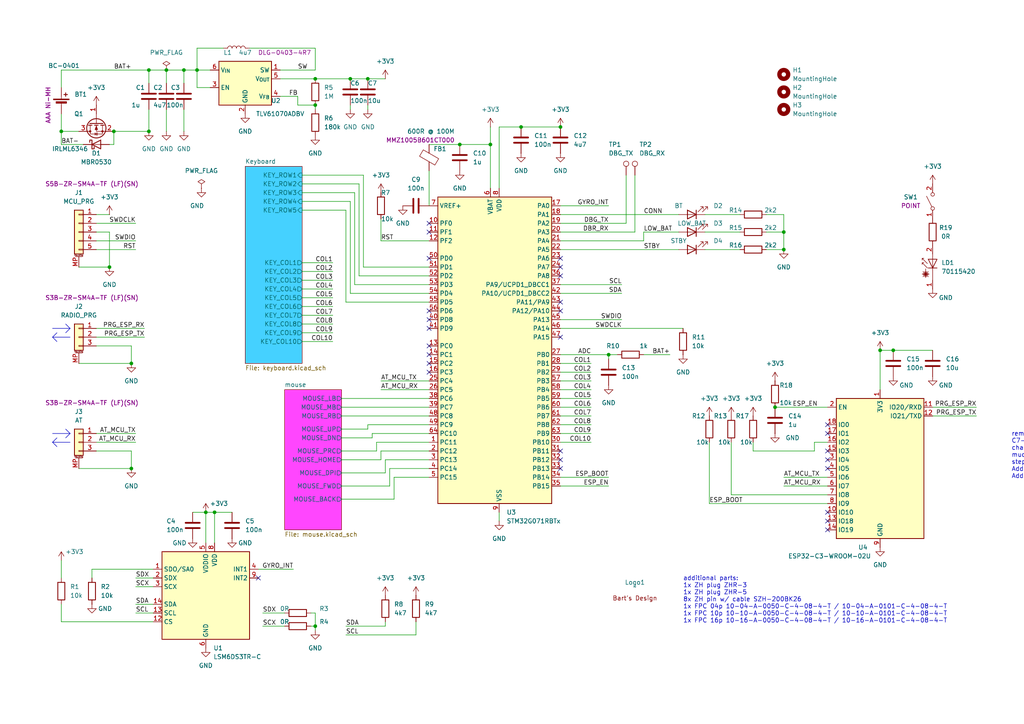
<source format=kicad_sch>
(kicad_sch (version 20250114) (generator "eeschema") (generator_version "9.0")
  (paper "A4")
  (title_block (title "EtherPointer mcu") (date "2025-02-15") (rev "RC1") (company "Bart's Design") (comment 1 "Bartosz Pracz"))
  (text "additional parts:\n1x ZH plug ZHR-3\n1x ZH plug ZHR-5\n8x ZH pin w/ cable SZH-200BK26\n1x FPC 04p 10-04-A-0050-C-4-08-4-T / 10-04-A-0101-C-4-08-4-T\n1x FPC 10p 10-10-A-0050-C-4-08-4-T / 10-10-A-0101-C-4-08-4-T\n1x FPC 16p 10-16-A-0050-C-4-08-4-T / 10-16-A-0101-C-4-08-4-T" (at 198.12 173.99 0) (effects (font (size 1.27 1.27)) (justify left)))
  (text "remove R3/R4\nC7- change to 0805\nchange converter to: TLV61070A\nmuch much wider BAT- width\nstep up voltage from BAT(charge pump)\nAdd acc circuit\nAdd power switches for peripherals(ESP32, gyro sensor)" (at 293.37 132.08 0) (effects (font (size 1.27 1.27)) (justify left)))
  (junction (at 62.23 148.59))
  (junction (at 48.26 20.32))
  (junction (at 101.6 22.86))
  (junction (at 53.34 20.32))
  (junction (at 59.69 148.59))
  (junction (at 224.79 118.11))
  (junction (at 57.15 20.32))
  (junction (at 31.75 77.47))
  (junction (at 91.44 22.86))
  (junction (at 43.18 38.1))
  (junction (at 91.44 30.48))
  (junction (at 133.35 41.91))
  (junction (at 227.33 67.31))
  (junction (at 227.33 72.39))
  (junction (at 255.27 101.6))
  (junction (at 176.53 102.87))
  (junction (at 38.1 105.41))
  (junction (at 38.1 135.89))
  (junction (at 151.13 36.83))
  (junction (at 259.08 101.6))
  (junction (at 91.44 181.61))
  (junction (at 106.68 22.86))
  (junction (at 17.78 38.1))
  (junction (at 142.24 41.91))
  (junction (at 162.56 36.83))
  (junction (at 33.02 38.1))
  (junction (at 43.18 20.32))
  (no_connect (at 240.03 125.73))
  (no_connect (at 162.56 77.47))
  (no_connect (at 74.93 167.64))
  (no_connect (at 162.56 97.79))
  (no_connect (at 240.03 123.19))
  (no_connect (at 124.46 92.71))
  (no_connect (at 240.03 148.59))
  (no_connect (at 240.03 151.13))
  (no_connect (at 124.46 100.33))
  (no_connect (at 162.56 87.63))
  (no_connect (at 162.56 80.01))
  (no_connect (at 162.56 90.17))
  (no_connect (at 162.56 74.93))
  (no_connect (at 240.03 153.67))
  (no_connect (at 240.03 133.35))
  (no_connect (at 124.46 102.87))
  (no_connect (at 124.46 105.41))
  (no_connect (at 240.03 130.81))
  (no_connect (at 162.56 135.89))
  (no_connect (at 124.46 107.95))
  (no_connect (at 162.56 133.35))
  (no_connect (at 124.46 67.31))
  (no_connect (at 124.46 90.17))
  (no_connect (at 124.46 95.25))
  (no_connect (at 162.56 130.81))
  (no_connect (at 240.03 135.89))
  (no_connect (at 124.46 74.93))
  (no_connect (at 124.46 64.77))
  (wire (pts (xy 87.63 78.74) (xy 96.52 78.74)))
  (wire (pts (xy 27.94 64.77) (xy 39.37 64.77)))
  (wire (pts (xy 17.78 20.32) (xy 17.78 25.4)))
  (wire (pts (xy 222.25 72.39) (xy 227.33 72.39)))
  (wire (pts (xy 62.23 148.59) (xy 67.31 148.59)))
  (wire (pts (xy 106.68 22.86) (xy 111.76 22.86)))
  (wire (pts (xy 31.75 67.31) (xy 27.94 67.31)))
  (wire (pts (xy 224.79 118.11) (xy 240.03 118.11)))
  (wire (pts (xy 111.76 180.34) (xy 111.76 181.61)))
  (wire (pts (xy 27.94 62.23) (xy 31.75 62.23)))
  (wire (pts (xy 87.63 76.2) (xy 96.52 76.2)))
  (wire (pts (xy 17.78 162.56) (xy 17.78 167.64)))
  (polyline (pts (xy 15.24 97.79) (xy 16.51 99.06)))
  (wire (pts (xy 76.2 177.8) (xy 82.55 177.8)))
  (wire (pts (xy 110.49 130.81) (xy 124.46 130.81)))
  (polyline (pts (xy 19.05 124.46) (xy 20.32 125.73)))
  (wire (pts (xy 33.02 38.1) (xy 43.18 38.1)))
  (wire (pts (xy 142.24 41.91) (xy 142.24 54.61)))
  (wire (pts (xy 162.56 92.71) (xy 180.34 92.71)))
  (wire (pts (xy 91.44 31.75) (xy 91.44 30.48)))
  (wire (pts (xy 162.56 115.57) (xy 171.45 115.57)))
  (polyline (pts (xy 15.24 95.25) (xy 20.32 95.25)))
  (wire (pts (xy 17.78 38.1) (xy 17.78 41.91)))
  (wire (pts (xy 99.06 137.16) (xy 111.76 137.16)))
  (wire (pts (xy 142.24 41.91) (xy 142.24 36.83)))
  (wire (pts (xy 162.56 125.73) (xy 171.45 125.73)))
  (wire (pts (xy 162.56 62.23) (xy 196.85 62.23)))
  (polyline (pts (xy 15.24 128.27) (xy 16.51 127)))
  (wire (pts (xy 22.86 135.89) (xy 38.1 135.89)))
  (wire (pts (xy 91.44 20.32) (xy 81.28 20.32)))
  (wire (pts (xy 205.74 128.27) (xy 205.74 146.05)))
  (wire (pts (xy 57.15 25.4) (xy 57.15 20.32)))
  (wire (pts (xy 22.86 77.47) (xy 31.75 77.47)))
  (wire (pts (xy 27.94 95.25) (xy 41.91 95.25)))
  (wire (pts (xy 91.44 177.8) (xy 91.44 181.61)))
  (wire (pts (xy 91.44 22.86) (xy 101.6 22.86)))
  (wire (pts (xy 162.56 105.41) (xy 171.45 105.41)))
  (wire (pts (xy 162.56 113.03) (xy 171.45 113.03)))
  (wire (pts (xy 76.2 181.61) (xy 82.55 181.61)))
  (wire (pts (xy 87.63 93.98) (xy 96.52 93.98)))
  (wire (pts (xy 186.69 69.85) (xy 162.56 69.85)))
  (wire (pts (xy 162.56 67.31) (xy 184.15 67.31)))
  (wire (pts (xy 162.56 128.27) (xy 171.45 128.27)))
  (wire (pts (xy 144.78 36.83) (xy 151.13 36.83)))
  (wire (pts (xy 162.56 59.69) (xy 176.53 59.69)))
  (wire (pts (xy 99.06 133.35) (xy 110.49 133.35)))
  (wire (pts (xy 110.49 69.85) (xy 124.46 69.85)))
  (wire (pts (xy 114.3 144.78) (xy 114.3 138.43)))
  (wire (pts (xy 99.06 127) (xy 107.95 127)))
  (wire (pts (xy 218.44 128.27) (xy 218.44 130.81)))
  (wire (pts (xy 100.33 181.61) (xy 111.76 181.61)))
  (wire (pts (xy 227.33 62.23) (xy 227.33 67.31)))
  (wire (pts (xy 102.87 82.55) (xy 124.46 82.55)))
  (polyline (pts (xy 19.05 127) (xy 20.32 125.73)))
  (wire (pts (xy 184.15 50.8) (xy 184.15 67.31)))
  (wire (pts (xy 27.94 125.73) (xy 39.37 125.73)))
  (wire (pts (xy 144.78 54.61) (xy 144.78 36.83)))
  (wire (pts (xy 27.94 72.39) (xy 39.37 72.39)))
  (wire (pts (xy 38.1 100.33) (xy 38.1 105.41)))
  (wire (pts (xy 27.94 128.27) (xy 39.37 128.27)))
  (wire (pts (xy 87.63 81.28) (xy 96.52 81.28)))
  (wire (pts (xy 17.78 180.34) (xy 44.45 180.34)))
  (wire (pts (xy 186.69 102.87) (xy 194.31 102.87)))
  (wire (pts (xy 87.63 86.36) (xy 96.52 86.36)))
  (wire (pts (xy 17.78 175.26) (xy 17.78 180.34)))
  (wire (pts (xy 22.86 105.41) (xy 38.1 105.41)))
  (polyline (pts (xy 19.05 93.98) (xy 20.32 95.25)))
  (wire (pts (xy 17.78 38.1) (xy 22.86 38.1)))
  (wire (pts (xy 104.14 80.01) (xy 124.46 80.01)))
  (wire (pts (xy 57.15 20.32) (xy 60.96 20.32)))
  (wire (pts (xy 109.22 128.27) (xy 124.46 128.27)))
  (wire (pts (xy 87.63 50.8) (xy 105.41 50.8)))
  (wire (pts (xy 53.34 20.32) (xy 57.15 20.32)))
  (wire (pts (xy 86.36 27.94) (xy 81.28 27.94)))
  (wire (pts (xy 110.49 113.03) (xy 124.46 113.03)))
  (wire (pts (xy 91.44 182.88) (xy 91.44 181.61)))
  (wire (pts (xy 236.22 128.27) (xy 236.22 130.81)))
  (wire (pts (xy 106.68 123.19) (xy 124.46 123.19)))
  (wire (pts (xy 101.6 22.86) (xy 106.68 22.86)))
  (polyline (pts (xy 15.24 125.73) (xy 20.32 125.73)))
  (wire (pts (xy 151.13 36.83) (xy 162.56 36.83)))
  (wire (pts (xy 114.3 138.43) (xy 124.46 138.43)))
  (wire (pts (xy 31.75 41.91) (xy 33.02 41.91)))
  (wire (pts (xy 101.6 30.48) (xy 101.6 31.75)))
  (wire (pts (xy 26.67 165.1) (xy 26.67 167.64)))
  (wire (pts (xy 106.68 124.46) (xy 106.68 123.19)))
  (wire (pts (xy 86.36 30.48) (xy 86.36 27.94)))
  (wire (pts (xy 236.22 128.27) (xy 240.03 128.27)))
  (wire (pts (xy 106.68 30.48) (xy 106.68 31.75)))
  (wire (pts (xy 186.69 67.31) (xy 186.69 69.85)))
  (wire (pts (xy 48.26 20.32) (xy 48.26 24.13)))
  (wire (pts (xy 104.14 53.34) (xy 104.14 80.01)))
  (polyline (pts (xy 15.24 97.79) (xy 16.51 96.52)))
  (wire (pts (xy 59.69 148.59) (xy 62.23 148.59)))
  (wire (pts (xy 91.44 181.61) (xy 90.17 181.61)))
  (polyline (pts (xy 15.24 128.27) (xy 16.51 129.54)))
  (wire (pts (xy 91.44 13.97) (xy 91.44 20.32)))
  (wire (pts (xy 181.61 50.8) (xy 181.61 64.77)))
  (wire (pts (xy 105.41 77.47) (xy 124.46 77.47)))
  (wire (pts (xy 124.46 49.53) (xy 124.46 59.69)))
  (wire (pts (xy 87.63 91.44) (xy 96.52 91.44)))
  (wire (pts (xy 100.33 184.15) (xy 120.65 184.15)))
  (wire (pts (xy 227.33 67.31) (xy 222.25 67.31)))
  (wire (pts (xy 205.74 146.05) (xy 240.03 146.05)))
  (wire (pts (xy 162.56 123.19) (xy 171.45 123.19)))
  (wire (pts (xy 212.09 143.51) (xy 240.03 143.51)))
  (wire (pts (xy 218.44 130.81) (xy 236.22 130.81)))
  (wire (pts (xy 38.1 100.33) (xy 27.94 100.33)))
  (wire (pts (xy 204.47 67.31) (xy 214.63 67.31)))
  (wire (pts (xy 144.78 148.59) (xy 144.78 151.13)))
  (wire (pts (xy 99.06 120.65) (xy 124.46 120.65)))
  (wire (pts (xy 87.63 88.9) (xy 96.52 88.9)))
  (wire (pts (xy 62.23 157.48) (xy 62.23 148.59)))
  (wire (pts (xy 110.49 110.49) (xy 124.46 110.49)))
  (wire (pts (xy 111.76 133.35) (xy 124.46 133.35)))
  (polyline (pts (xy 19.05 96.52) (xy 20.32 95.25)))
  (wire (pts (xy 53.34 31.75) (xy 53.34 38.1)))
  (wire (pts (xy 31.75 67.31) (xy 31.75 77.47)))
  (wire (pts (xy 124.46 41.91) (xy 133.35 41.91)))
  (wire (pts (xy 100.33 60.96) (xy 100.33 87.63)))
  (wire (pts (xy 99.06 144.78) (xy 114.3 144.78)))
  (polyline (pts (xy 15.24 97.79) (xy 20.32 97.79)))
  (wire (pts (xy 90.17 177.8) (xy 91.44 177.8)))
  (wire (pts (xy 99.06 118.11) (xy 124.46 118.11)))
  (wire (pts (xy 87.63 60.96) (xy 100.33 60.96)))
  (wire (pts (xy 87.63 99.06) (xy 96.52 99.06)))
  (wire (pts (xy 99.06 124.46) (xy 106.68 124.46)))
  (wire (pts (xy 53.34 20.32) (xy 53.34 24.13)))
  (wire (pts (xy 55.88 148.59) (xy 59.69 148.59)))
  (wire (pts (xy 162.56 72.39) (xy 196.85 72.39)))
  (wire (pts (xy 270.51 120.65) (xy 283.21 120.65)))
  (wire (pts (xy 87.63 83.82) (xy 96.52 83.82)))
  (wire (pts (xy 43.18 38.1) (xy 43.18 31.75)))
  (wire (pts (xy 162.56 102.87) (xy 176.53 102.87)))
  (wire (pts (xy 105.41 50.8) (xy 105.41 77.47)))
  (polyline (pts (xy 15.24 128.27) (xy 20.32 128.27)))
  (wire (pts (xy 60.96 25.4) (xy 57.15 25.4)))
  (polyline (pts (xy 15.24 128.27) (xy 16.51 128.27)))
  (wire (pts (xy 87.63 96.52) (xy 96.52 96.52)))
  (wire (pts (xy 38.1 130.81) (xy 38.1 135.89)))
  (wire (pts (xy 222.25 62.23) (xy 227.33 62.23)))
  (wire (pts (xy 111.76 137.16) (xy 111.76 133.35)))
  (wire (pts (xy 87.63 58.42) (xy 101.6 58.42)))
  (wire (pts (xy 255.27 101.6) (xy 259.08 101.6)))
  (wire (pts (xy 162.56 85.09) (xy 180.34 85.09)))
  (wire (pts (xy 99.06 130.81) (xy 109.22 130.81)))
  (wire (pts (xy 33.02 38.1) (xy 33.02 41.91)))
  (wire (pts (xy 26.67 165.1) (xy 44.45 165.1)))
  (wire (pts (xy 162.56 82.55) (xy 180.34 82.55)))
  (wire (pts (xy 227.33 140.97) (xy 240.03 140.97)))
  (wire (pts (xy 17.78 38.1) (xy 17.78 33.02)))
  (wire (pts (xy 227.33 138.43) (xy 240.03 138.43)))
  (wire (pts (xy 162.56 138.43) (xy 176.53 138.43)))
  (wire (pts (xy 212.09 128.27) (xy 212.09 143.51)))
  (wire (pts (xy 107.95 127) (xy 107.95 125.73)))
  (wire (pts (xy 87.63 55.88) (xy 102.87 55.88)))
  (wire (pts (xy 101.6 58.42) (xy 101.6 85.09)))
  (wire (pts (xy 109.22 130.81) (xy 109.22 128.27)))
  (wire (pts (xy 43.18 20.32) (xy 43.18 24.13)))
  (wire (pts (xy 59.69 148.59) (xy 59.69 157.48)))
  (wire (pts (xy 162.56 118.11) (xy 171.45 118.11)))
  (wire (pts (xy 162.56 110.49) (xy 171.45 110.49)))
  (wire (pts (xy 227.33 67.31) (xy 227.33 72.39)))
  (wire (pts (xy 186.69 67.31) (xy 196.85 67.31)))
  (wire (pts (xy 162.56 95.25) (xy 198.12 95.25)))
  (wire (pts (xy 176.53 102.87) (xy 179.07 102.87)))
  (wire (pts (xy 204.47 62.23) (xy 214.63 62.23)))
  (wire (pts (xy 39.37 175.26) (xy 44.45 175.26)))
  (wire (pts (xy 110.49 63.5) (xy 110.49 69.85)))
  (wire (pts (xy 270.51 118.11) (xy 283.21 118.11)))
  (wire (pts (xy 81.28 22.86) (xy 91.44 22.86)))
  (wire (pts (xy 27.94 97.79) (xy 41.91 97.79)))
  (wire (pts (xy 162.56 64.77) (xy 181.61 64.77)))
  (wire (pts (xy 162.56 140.97) (xy 176.53 140.97)))
  (wire (pts (xy 38.1 130.81) (xy 27.94 130.81)))
  (wire (pts (xy 162.56 120.65) (xy 171.45 120.65)))
  (wire (pts (xy 39.37 170.18) (xy 44.45 170.18)))
  (wire (pts (xy 87.63 53.34) (xy 104.14 53.34)))
  (wire (pts (xy 99.06 140.97) (xy 113.03 140.97)))
  (wire (pts (xy 113.03 140.97) (xy 113.03 135.89)))
  (wire (pts (xy 39.37 167.64) (xy 44.45 167.64)))
  (wire (pts (xy 43.18 20.32) (xy 48.26 20.32)))
  (wire (pts (xy 27.94 69.85) (xy 39.37 69.85)))
  (wire (pts (xy 110.49 133.35) (xy 110.49 130.81)))
  (wire (pts (xy 39.37 177.8) (xy 44.45 177.8)))
  (wire (pts (xy 100.33 87.63) (xy 124.46 87.63)))
  (wire (pts (xy 64.77 13.97) (xy 57.15 13.97)))
  (wire (pts (xy 102.87 55.88) (xy 102.87 82.55)))
  (wire (pts (xy 99.06 115.57) (xy 124.46 115.57)))
  (wire (pts (xy 57.15 13.97) (xy 57.15 20.32)))
  (wire (pts (xy 48.26 31.75) (xy 48.26 38.1)))
  (wire (pts (xy 204.47 72.39) (xy 214.63 72.39)))
  (wire (pts (xy 48.26 20.32) (xy 53.34 20.32)))
  (wire (pts (xy 255.27 101.6) (xy 255.27 113.03)))
  (wire (pts (xy 24.13 41.91) (xy 17.78 41.91)))
  (wire (pts (xy 162.56 107.95) (xy 171.45 107.95)))
  (wire (pts (xy 74.93 165.1) (xy 85.09 165.1)))
  (wire (pts (xy 101.6 85.09) (xy 124.46 85.09)))
  (wire (pts (xy 120.65 184.15) (xy 120.65 180.34)))
  (wire (pts (xy 91.44 30.48) (xy 86.36 30.48)))
  (wire (pts (xy 133.35 41.91) (xy 142.24 41.91)))
  (wire (pts (xy 259.08 101.6) (xy 270.51 101.6)))
  (wire (pts (xy 17.78 20.32) (xy 43.18 20.32)))
  (wire (pts (xy 72.39 13.97) (xy 91.44 13.97)))
  (wire (pts (xy 176.53 104.14) (xy 176.53 102.87)))
  (wire (pts (xy 107.95 125.73) (xy 124.46 125.73)))
  (wire (pts (xy 113.03 135.89) (xy 124.46 135.89)))
  (label "SDA" (at 100.33 181.61 0))
  (label "COL7" (at 171.45 120.65 180))
  (label "COL4" (at 171.45 113.03 180))
  (label "COL4" (at 96.52 83.82 180))
  (label "AT_MCU_RX" (at 110.49 113.03 0))
  (label "COL5" (at 171.45 115.57 180))
  (label "BAT-" (at 17.78 41.91 0))
  (label "COL2" (at 96.52 78.74 180))
  (label "PRG_ESP_RX" (at 41.91 95.25 180))
  (label "COL10" (at 171.45 128.27 180))
  (label "COL6" (at 96.52 88.9 180))
  (label "DBR_RX" (at 176.53 67.31 180))
  (label "RST" (at 39.37 72.39 180))
  (label "COL5" (at 96.52 86.36 180))
  (label "COL1" (at 96.52 76.2 180))
  (label "AT_MCU_TX" (at 227.33 138.43 0))
  (label "SWDCLK" (at 39.37 64.77 180))
  (label "COL10" (at 96.52 99.06 180))
  (label "COL1" (at 171.45 105.41 180))
  (label "ESP_BOOT" (at 176.53 138.43 180))
  (label "COL9" (at 171.45 125.73 180))
  (label "BAT+" (at 194.31 102.87 180))
  (label "AT_MCU_TX" (at 39.37 125.73 180))
  (label "SCL" (at 100.33 184.15 0))
  (label "GYRO_INT" (at 176.53 59.69 180))
  (label "SCX" (at 76.2 181.61 0))
  (label "COL7" (at 96.52 91.44 180))
  (label "DBG_TX" (at 176.53 64.77 180))
  (label "LOW_BAT" (at 186.69 67.31 0))
  (label "ESP_BOOT" (at 205.74 146.05 0))
  (label "SWDIO" (at 39.37 69.85 180))
  (label "COL8" (at 171.45 123.19 180))
  (label "ESP_EN" (at 176.53 140.97 180))
  (label "COL3" (at 171.45 110.49 180))
  (label "SDX" (at 76.2 177.8 0))
  (label "RST" (at 110.49 69.85 0))
  (label "SCL" (at 180.34 82.55 180))
  (label "ADC" (at 167.64 102.87 0))
  (label "COL8" (at 96.52 93.98 180))
  (label "FB" (at 86.36 27.94 180))
  (label "SWDIO" (at 180.34 92.71 180))
  (label "SCL" (at 39.37 177.8 0))
  (label "COL3" (at 96.52 81.28 180))
  (label "BAT+" (at 33.02 20.32 0))
  (label "COL6" (at 171.45 118.11 180))
  (label "SDA" (at 180.34 85.09 180))
  (label "COL9" (at 96.52 96.52 180))
  (label "AT_MCU_RX" (at 39.37 128.27 180))
  (label "STBY" (at 186.69 72.39 0))
  (label "AT_MCU_TX" (at 110.49 110.49 0))
  (label "AT_MCU_RX" (at 227.33 140.97 0))
  (label "SW" (at 86.36 20.32 0))
  (label "PRG_ESP_RX" (at 283.21 118.11 180))
  (label "ESP_EN" (at 229.87 118.11 0))
  (label "SDA" (at 39.37 175.26 0))
  (label "COL2" (at 171.45 107.95 180))
  (label "PRG_ESP_TX" (at 283.21 120.65 180))
  (label "CONN" (at 186.69 62.23 0))
  (label "SDX" (at 39.37 167.64 0))
  (label "SCX" (at 39.37 170.18 0))
  (label "GYRO_INT" (at 85.09 165.1 180))
  (label "SWDCLK" (at 180.34 95.25 180))
  (label "PRG_ESP_TX" (at 41.91 97.79 180))
  (symbol (lib_id "Connector_Generic_MountingPin:Conn_01x05_MountingPin") (at 22.86 67.31 0) (mirror y) (unit 1)
    (property "Reference" "J1" (at 22.86 55.88 0))
    (property "Value" "MCU_PRG" (at 22.86 58.42 0))
    (property "Footprint" "airMouseLib:JST_ZH_S5B-ZR-SM4A-TF_1x05-1MP_P1.50mm_Horizontal" (effects (hide yes)))
    (property "Description" "Generic connectable mounting pin connector, single row, 01x05, script generated (kicad-library-utils/schlib/autogen/connector/)" (effects (hide yes)))
    (property "Field5" "S5B-ZR-SM4A-TF (LF)(SN)" (at 26.67 53.34 0))
  )
  (symbol (lib_id "power:+3V3") (at 212.09 120.65 0) (unit 1)
    (property "Reference" "#PWR036" (effects (hide yes)))
    (property "Value" "+3V3" (at 212.09 115.57 0))
    (property "Description" "Power symbol creates a global label with name \"+3V3\"" (effects (hide yes)))
  )
  (symbol (lib_id "Device:C") (at 48.26 27.94 0) (unit 1)
    (property "Reference" "C2" (at 44.45 25.4 0) (effects (justify left)))
    (property "Value" "4u7" (at 44.45 30.48 0) (effects (justify left)))
    (property "Footprint" "Capacitor_SMD:C_0805_2012Metric" (effects (hide yes)))
    (property "Description" "Unpolarized capacitor" (effects (hide yes)))
  )
  (symbol (lib_id "Device:Battery_Cell") (at 17.78 30.48 0) (unit 1)
    (property "Reference" "BT1" (at 21.59 27.3684 0) (effects (justify left)))
    (property "Value" "BC-0401" (at 13.97 19.05 0) (effects (justify left)))
    (property "Footprint" "airMouseLib:BC-0401" (effects (hide yes)))
    (property "Description" "Single-cell battery" (effects (hide yes)))
    (property "Field5" "AAA Ni-MH" (at 13.97 30.48 90))
  )
  (symbol (lib_id "Connector:TestPoint") (at 184.15 50.8 0) (unit 1)
    (property "Reference" "TP2" (at 185.42 41.91 0) (effects (justify left)))
    (property "Value" "DBG_RX" (at 185.42 44.45 0) (effects (justify left)))
    (property "Footprint" "TestPoint:TestPoint_Pad_D1.0mm" (effects (hide yes)))
    (property "Description" "test point" (effects (hide yes)))
  )
  (symbol (lib_id "power:GND") (at 101.6 31.75 0) (unit 1)
    (property "Reference" "#PWR019" (effects (hide yes)))
    (property "Value" "GND" (at 101.6 36.83 0))
    (property "Description" "Power symbol creates a global label with name \"GND\" , ground" (effects (hide yes)))
  )
  (symbol (lib_id "Device:C") (at 270.51 105.41 0) (unit 1)
    (property "Reference" "C16" (at 274.32 104.1399 0) (effects (justify left)))
    (property "Value" "10u" (at 274.32 106.6799 0) (effects (justify left)))
    (property "Footprint" "Capacitor_SMD:C_0805_2012Metric" (effects (hide yes)))
    (property "Description" "Unpolarized capacitor" (effects (hide yes)))
  )
  (symbol (lib_id "power:GND") (at 91.44 182.88 0) (unit 1)
    (property "Reference" "#PWR018" (effects (hide yes)))
    (property "Value" "GND" (at 91.44 187.96 0))
    (property "Description" "Power symbol creates a global label with name \"GND\" , ground" (effects (hide yes)))
  )
  (symbol (lib_id "power:GND") (at 151.13 44.45 0) (unit 1)
    (property "Reference" "#PWR030" (effects (hide yes)))
    (property "Value" "GND" (at 151.13 49.53 0))
    (property "Description" "Power symbol creates a global label with name \"GND\" , ground" (effects (hide yes)))
  )
  (symbol (lib_id "Device:C") (at 259.08 105.41 0) (unit 1)
    (property "Reference" "C15" (at 262.89 104.1399 0) (effects (justify left)))
    (property "Value" "100n" (at 262.89 106.6799 0) (effects (justify left)))
    (property "Footprint" "Capacitor_SMD:C_0603_1608Metric" (effects (hide yes)))
    (property "Description" "Unpolarized capacitor" (effects (hide yes)))
  )
  (symbol (lib_id "power:GND") (at 227.33 72.39 0) (unit 1)
    (property "Reference" "#PWR040" (effects (hide yes)))
    (property "Value" "GND" (at 227.33 77.47 0))
    (property "Description" "Power symbol creates a global label with name \"GND\" , ground" (effects (hide yes)))
  )
  (symbol (lib_id "power:+3V3") (at 224.79 110.49 0) (unit 1)
    (property "Reference" "#PWR038" (effects (hide yes)))
    (property "Value" "+3V3" (at 224.79 105.41 0))
    (property "Description" "Power symbol creates a global label with name \"+3V3\"" (effects (hide yes)))
  )
  (symbol (lib_id "power:GND") (at 91.44 39.37 0) (mirror y) (unit 1)
    (property "Reference" "#PWR017" (effects (hide yes)))
    (property "Value" "GND" (at 91.44 44.45 0))
    (property "Description" "Power symbol creates a global label with name \"GND\" , ground" (effects (hide yes)))
  )
  (symbol (lib_id "Device:R") (at 218.44 72.39 90) (unit 1)
    (property "Reference" "R16" (at 213.36 71.12 90))
    (property "Value" "2k2" (at 223.52 71.12 90))
    (property "Footprint" "Resistor_SMD:R_0603_1608Metric" (effects (hide yes)))
    (property "Description" "Resistor" (effects (hide yes)))
  )
  (symbol (lib_id "Device:C") (at 106.68 26.67 0) (unit 1)
    (property "Reference" "C7" (at 106.68 24.13 0) (effects (justify left)))
    (property "Value" "10u" (at 106.68 29.21 0) (effects (justify left)))
    (property "Footprint" "Capacitor_SMD:C_1206_3216Metric" (effects (hide yes)))
    (property "Description" "Unpolarized capacitor" (effects (hide yes)))
  )
  (symbol (lib_id "Device:R") (at 120.65 176.53 0) (unit 1)
    (property "Reference" "R9" (at 123.19 175.2599 0) (effects (justify left)))
    (property "Value" "4k7" (at 123.19 177.7999 0) (effects (justify left)))
    (property "Footprint" "Resistor_SMD:R_0603_1608Metric" (effects (hide yes)))
    (property "Description" "Resistor" (effects (hide yes)))
  )
  (symbol (lib_id "power:GND") (at 162.56 44.45 0) (unit 1)
    (property "Reference" "#PWR032" (effects (hide yes)))
    (property "Value" "GND" (at 162.56 49.53 0))
    (property "Description" "Power symbol creates a global label with name \"GND\" , ground" (effects (hide yes)))
  )
  (symbol (lib_id "Device:R") (at 218.44 124.46 0) (unit 1)
    (property "Reference" "R17" (at 213.36 120.65 0) (effects (justify left)))
    (property "Value" "10k" (at 214.63 128.27 0) (effects (justify left)))
    (property "Footprint" "Resistor_SMD:R_0603_1608Metric" (effects (hide yes)))
    (property "Description" "Resistor" (effects (hide yes)))
  )
  (symbol (lib_id "power:+3V3") (at 111.76 22.86 0) (mirror y) (unit 1)
    (property "Reference" "#PWR022" (effects (hide yes)))
    (property "Value" "+3V3" (at 111.76 17.78 0))
    (property "Description" "Power symbol creates a global label with name \"+3V3\"" (effects (hide yes)))
  )
  (symbol (lib_id "Device:R") (at 270.51 67.31 180) (unit 1)
    (property "Reference" "R19" (at 274.32 66.04 0))
    (property "Value" "0R" (at 274.32 68.58 0))
    (property "Footprint" "Resistor_SMD:R_0603_1608Metric" (effects (hide yes)))
    (property "Description" "Resistor" (effects (hide yes)))
  )
  (symbol (lib_id "power:GND") (at 106.68 31.75 0) (unit 1)
    (property "Reference" "#PWR020" (effects (hide yes)))
    (property "Value" "GND" (at 106.68 36.83 0))
    (property "Description" "Power symbol creates a global label with name \"GND\" , ground" (effects (hide yes)))
  )
  (symbol (lib_id "Device:FerriteBead") (at 124.46 45.72 0) (unit 1)
    (property "Reference" "FB1" (at 125.73 43.18 0) (effects (justify left)))
    (property "Value" "600R @ 100M" (at 118.11 38.1 0) (effects (justify left)))
    (property "Footprint" "Capacitor_SMD:C_0603_1608Metric" (effects (hide yes)))
    (property "Description" "Ferrite bead" (effects (hide yes)))
    (property "Field5" "MMZ1005B601CT000" (at 121.92 40.64 0))
  )
  (symbol (lib_id "Mechanical:MountingHole") (at 227.33 31.75 0) (unit 1) (exclude_from_sim yes) (in_bom no)
    (property "Reference" "H3" (at 229.87 30.4799 0) (effects (justify left)))
    (property "Value" "MountingHole" (at 229.87 33.0199 0) (effects (justify left)))
    (property "Footprint" "MountingHole:MountingHole_2.2mm_M2_ISO14580" (effects (hide yes)))
    (property "Description" "Mounting Hole without connection" (effects (hide yes)))
  )
  (symbol (lib_id "power:+3V3") (at 120.65 172.72 0) (mirror y) (unit 1)
    (property "Reference" "#PWR026" (effects (hide yes)))
    (property "Value" "+3V3" (at 120.65 167.64 0))
    (property "Description" "Power symbol creates a global label with name \"+3V3\"" (effects (hide yes)))
  )
  (symbol (lib_id "power:+3V3") (at 255.27 101.6 0) (unit 1)
    (property "Reference" "#PWR041" (effects (hide yes)))
    (property "Value" "+3V3" (at 255.27 96.52 0))
    (property "Description" "Power symbol creates a global label with name \"+3V3\"" (effects (hide yes)))
  )
  (symbol (lib_id "power:+3V3") (at 111.76 172.72 0) (mirror y) (unit 1)
    (property "Reference" "#PWR024" (effects (hide yes)))
    (property "Value" "+3V3" (at 111.76 167.64 0))
    (property "Description" "Power symbol creates a global label with name \"+3V3\"" (effects (hide yes)))
  )
  (symbol (lib_id "Device:C") (at 151.13 40.64 0) (unit 1)
    (property "Reference" "C11" (at 154.94 39.3699 0) (effects (justify left)))
    (property "Value" "100n" (at 154.94 41.9099 0) (effects (justify left)))
    (property "Footprint" "Capacitor_SMD:C_0603_1608Metric" (effects (hide yes)))
    (property "Description" "Unpolarized capacitor" (effects (hide yes)))
  )
  (symbol (lib_id "Device:R") (at 17.78 171.45 0) (unit 1)
    (property "Reference" "R1" (at 20.32 170.1799 0) (effects (justify left)))
    (property "Value" "10k" (at 20.32 172.7199 0) (effects (justify left)))
    (property "Footprint" "Resistor_SMD:R_0603_1608Metric" (effects (hide yes)))
    (property "Description" "Resistor" (effects (hide yes)))
  )
  (symbol (lib_id "power:GND") (at 255.27 158.75 0) (unit 1)
    (property "Reference" "#PWR042" (effects (hide yes)))
    (property "Value" "GND" (at 255.27 163.83 0))
    (property "Description" "Power symbol creates a global label with name \"GND\" , ground" (effects (hide yes)))
  )
  (symbol (lib_id "Device:D_Schottky") (at 27.94 41.91 0) (unit 1)
    (property "Reference" "D1" (at 27.94 44.45 0))
    (property "Value" "MBR0530" (at 27.94 46.99 0))
    (property "Footprint" "Diode_SMD:D_SOD-123" (effects (hide yes)))
    (property "Description" "Schottky diode" (effects (hide yes)))
  )
  (symbol (lib_id "power:+3V3") (at 31.75 62.23 0) (mirror y) (unit 1)
    (property "Reference" "#PWR04" (effects (hide yes)))
    (property "Value" "+3V3" (at 31.75 57.15 0))
    (property "Description" "Power symbol creates a global label with name \"+3V3\"" (effects (hide yes)))
  )
  (symbol (lib_id "power:GND") (at 133.35 49.53 0) (unit 1)
    (property "Reference" "#PWR027" (effects (hide yes)))
    (property "Value" "GND" (at 133.35 54.61 0))
    (property "Description" "Power symbol creates a global label with name \"GND\" , ground" (effects (hide yes)))
  )
  (symbol (lib_id "Device:R") (at 224.79 114.3 0) (unit 1)
    (property "Reference" "R18" (at 226.06 111.76 0) (effects (justify left)))
    (property "Value" "10k" (at 226.06 116.84 0) (effects (justify left)))
    (property "Footprint" "Resistor_SMD:R_0603_1608Metric" (effects (hide yes)))
    (property "Description" "Resistor" (effects (hide yes)))
  )
  (symbol (lib_id "power:GND") (at 176.53 111.76 0) (unit 1)
    (property "Reference" "#PWR033" (effects (hide yes)))
    (property "Value" "GND" (at 176.53 116.84 0))
    (property "Description" "Power symbol creates a global label with name \"GND\" , ground" (effects (hide yes)))
  )
  (symbol (lib_id "power:GND") (at 55.88 156.21 0) (unit 1)
    (property "Reference" "#PWR011" (effects (hide yes)))
    (property "Value" "GND" (at 52.07 157.48 0))
    (property "Description" "Power symbol creates a global label with name \"GND\" , ground" (effects (hide yes)))
  )
  (symbol (lib_id "Device:C") (at 133.35 45.72 0) (unit 1)
    (property "Reference" "C10" (at 137.16 44.4499 0) (effects (justify left)))
    (property "Value" "1u" (at 137.16 46.9899 0) (effects (justify left)))
    (property "Footprint" "Capacitor_SMD:C_0603_1608Metric" (effects (hide yes)))
    (property "Description" "Unpolarized capacitor" (effects (hide yes)))
  )
  (symbol (lib_id "Mechanical:MountingHole") (at 227.33 21.59 0) (unit 1) (exclude_from_sim yes) (in_bom no)
    (property "Reference" "H1" (at 229.87 20.3199 0) (effects (justify left)))
    (property "Value" "MountingHole" (at 229.87 22.8599 0) (effects (justify left)))
    (property "Footprint" "MountingHole:MountingHole_2.2mm_M2_ISO14580" (effects (hide yes)))
    (property "Description" "Mounting Hole without connection" (effects (hide yes)))
  )
  (symbol (lib_id "power:GND") (at 43.18 38.1 0) (unit 1)
    (property "Reference" "#PWR08" (effects (hide yes)))
    (property "Value" "GND" (at 43.18 43.18 0))
    (property "Description" "Power symbol creates a global label with name \"GND\" , ground" (effects (hide yes)))
  )
  (symbol (lib_id "power:+3V3") (at 17.78 162.56 0) (unit 1)
    (property "Reference" "#PWR01" (effects (hide yes)))
    (property "Value" "+3V3" (at 21.59 160.02 0))
    (property "Description" "Power symbol creates a global label with name \"+3V3\"" (effects (hide yes)))
  )
  (symbol (lib_id "power:GND") (at 116.84 59.69 0) (unit 1)
    (property "Reference" "#PWR025" (effects (hide yes)))
    (property "Value" "GND" (at 116.84 64.77 0))
    (property "Description" "Power symbol creates a global label with name \"GND\" , ground" (effects (hide yes)))
  )
  (symbol (lib_id "Device:R") (at 182.88 102.87 90) (unit 1)
    (property "Reference" "R10" (at 177.8 100.33 90))
    (property "Value" "1k" (at 186.69 100.33 90))
    (property "Footprint" "Resistor_SMD:R_0603_1608Metric" (effects (hide yes)))
    (property "Description" "Resistor" (effects (hide yes)))
  )
  (symbol (lib_id "power:+3V3") (at 59.69 148.59 0) (unit 1)
    (property "Reference" "#PWR013" (effects (hide yes)))
    (property "Value" "+3V3" (at 63.5 146.05 0))
    (property "Description" "Power symbol creates a global label with name \"+3V3\"" (effects (hide yes)))
  )
  (symbol (lib_id "Device:C") (at 55.88 152.4 0) (unit 1)
    (property "Reference" "C4" (at 48.26 151.13 0) (effects (justify left)))
    (property "Value" "100n" (at 48.26 153.67 0) (effects (justify left)))
    (property "Footprint" "Capacitor_SMD:C_0603_1608Metric" (effects (hide yes)))
    (property "Description" "Unpolarized capacitor" (effects (hide yes)))
  )
  (symbol (lib_id "Device:C") (at 176.53 107.95 0) (unit 1)
    (property "Reference" "C13" (at 180.34 106.6799 0) (effects (justify left)))
    (property "Value" "100n" (at 180.34 109.2199 0) (effects (justify left)))
    (property "Footprint" "Capacitor_SMD:C_0603_1608Metric" (effects (hide yes)))
    (property "Description" "Unpolarized capacitor" (effects (hide yes)))
  )
  (symbol (lib_id "Device:C") (at 43.18 27.94 0) (unit 1)
    (property "Reference" "C1" (at 39.37 25.4 0) (effects (justify left)))
    (property "Value" "1u" (at 38.1 30.48 0) (effects (justify left)))
    (property "Footprint" "Capacitor_SMD:C_0603_1608Metric" (effects (hide yes)))
    (property "Description" "Unpolarized capacitor" (effects (hide yes)))
  )
  (symbol (lib_id "Regulator_Switching:TLV61070ADBV") (at 71.12 25.4 0) (unit 1)
    (property "Reference" "U2" (at 80.01 29.21 0))
    (property "Value" "TLV61070ADBV" (at 81.28 33.02 0))
    (property "Footprint" "Package_TO_SOT_SMD:SOT-23-6" (effects (hide yes)))
    (property "Datasheet" "https://www.ti.com/lit/ds/symlink/tlv61070a.pdf" (effects (hide yes)))
    (property "Description" "Boost Converter, 2.5A switch current limit, 2.2-5.5V Output Voltage, 0.5-5.5V Input Voltage, SOT-23-6" (effects (hide yes)))
  )
  (symbol (lib_id "power:GND") (at 144.78 151.13 0) (unit 1)
    (property "Reference" "#PWR029" (effects (hide yes)))
    (property "Value" "GND" (at 144.78 156.21 0))
    (property "Description" "Power symbol creates a global label with name \"GND\" , ground" (effects (hide yes)))
  )
  (symbol (lib_id "power:GND") (at 53.34 38.1 0) (unit 1)
    (property "Reference" "#PWR010" (effects (hide yes)))
    (property "Value" "GND" (at 53.34 43.18 0))
    (property "Description" "Power symbol creates a global label with name \"GND\" , ground" (effects (hide yes)))
  )
  (symbol (lib_id "Device:R") (at 111.76 176.53 0) (unit 1)
    (property "Reference" "R8" (at 114.3 175.2599 0) (effects (justify left)))
    (property "Value" "4k7" (at 114.3 177.7999 0) (effects (justify left)))
    (property "Footprint" "Resistor_SMD:R_0603_1608Metric" (effects (hide yes)))
    (property "Description" "Resistor" (effects (hide yes)))
  )
  (symbol (lib_id "power:GND") (at 224.79 125.73 0) (unit 1)
    (property "Reference" "#PWR039" (effects (hide yes)))
    (property "Value" "GND" (at 229.87 127 0))
    (property "Description" "Power symbol creates a global label with name \"GND\" , ground" (effects (hide yes)))
  )
  (symbol (lib_id "power:+3V3") (at 27.94 30.48 0) (unit 1)
    (property "Reference" "#PWR03" (effects (hide yes)))
    (property "Value" "+3V3" (at 27.94 25.4 0))
    (property "Description" "Power symbol creates a global label with name \"+3V3\"" (effects (hide yes)))
  )
  (symbol (lib_id "power:+3V3") (at 218.44 120.65 0) (unit 1)
    (property "Reference" "#PWR037" (effects (hide yes)))
    (property "Value" "+3V3" (at 218.44 115.57 0))
    (property "Description" "Power symbol creates a global label with name \"+3V3\"" (effects (hide yes)))
  )
  (symbol (lib_id "power:GND") (at 71.12 33.02 0) (unit 1)
    (property "Reference" "#PWR016" (effects (hide yes)))
    (property "Value" "GND" (at 71.12 38.1 0))
    (property "Description" "Power symbol creates a global label with name \"GND\" , ground" (effects (hide yes)))
  )
  (symbol (lib_id "Device:R") (at 86.36 181.61 90) (unit 1)
    (property "Reference" "R4" (at 93.98 180.34 90))
    (property "Value" "0R" (at 82.55 180.34 90))
    (property "Footprint" "Resistor_SMD:R_0603_1608Metric" (effects (hide yes)))
    (property "Description" "Resistor" (effects (hide yes)))
  )
  (symbol (lib_id "power:GND") (at 270.51 83.82 0) (unit 1)
    (property "Reference" "#PWR045" (effects (hide yes)))
    (property "Value" "GND" (at 274.32 86.36 0))
    (property "Description" "Power symbol creates a global label with name \"GND\" , ground" (effects (hide yes)))
  )
  (symbol (lib_id "airMouseLib:Bart's_Design_logo") (at 184.15 172.72 0) (unit 1)
    (property "Reference" "Logo1" (at 184.15 168.91 0))
    (property "Value" "~" (at 184.15 170.18 0))
    (property "Footprint" "airMouseLib:Bart's Design 30mm" (effects (hide yes)))
  )
  (symbol (lib_id "Connector_Generic_MountingPin:Conn_01x03_MountingPin") (at 22.86 128.27 0) (mirror y) (unit 1)
    (property "Reference" "J3" (at 22.86 119.38 0))
    (property "Value" "AT" (at 22.86 121.92 0))
    (property "Footprint" "airMouseLib:JST_ZH_S3B-ZR-SM4A-TF_1x03-1MP_P1.50mm_Horizontal" (effects (hide yes)))
    (property "Description" "Generic connectable mounting pin connector, single row, 01x03, script generated (kicad-library-utils/schlib/autogen/connector/)" (effects (hide yes)))
    (property "Field5" "S3B-ZR-SM4A-TF (LF)(SN)" (at 26.67 116.84 0))
  )
  (symbol (lib_id "power:+3V3") (at 270.51 53.34 0) (unit 1)
    (property "Reference" "#PWR044" (effects (hide yes)))
    (property "Value" "+3V3" (at 270.51 48.26 0))
    (property "Description" "Power symbol creates a global label with name \"+3V3\"" (effects (hide yes)))
  )
  (symbol (lib_id "power:GND") (at 31.75 77.47 0) (unit 1)
    (property "Reference" "#PWR05" (effects (hide yes)))
    (property "Value" "GND" (at 31.75 82.55 0))
    (property "Description" "Power symbol creates a global label with name \"GND\" , ground" (effects (hide yes)))
  )
  (symbol (lib_id "power:GND") (at 38.1 135.89 0) (unit 1)
    (property "Reference" "#PWR07" (effects (hide yes)))
    (property "Value" "GND" (at 38.1 140.97 0))
    (property "Description" "Power symbol creates a global label with name \"GND\" , ground" (effects (hide yes)))
  )
  (symbol (lib_id "Device:R") (at 91.44 26.67 0) (unit 1)
    (property "Reference" "R5" (at 93.98 25.3999 0) (effects (justify left)))
    (property "Value" "1M" (at 93.98 27.9399 0) (effects (justify left)))
    (property "Footprint" "Resistor_SMD:R_0603_1608Metric" (effects (hide yes)))
    (property "Description" "Resistor" (effects (hide yes)))
  )
  (symbol (lib_id "Mechanical:MountingHole") (at 227.33 26.67 0) (unit 1) (exclude_from_sim yes) (in_bom no)
    (property "Reference" "H2" (at 229.87 25.3999 0) (effects (justify left)))
    (property "Value" "MountingHole" (at 229.87 27.9399 0) (effects (justify left)))
    (property "Footprint" "MountingHole:MountingHole_2.2mm_M2_ISO14580" (effects (hide yes)))
    (property "Description" "Mounting Hole without connection" (effects (hide yes)))
  )
  (symbol (lib_id "power:GND") (at 48.26 38.1 0) (unit 1)
    (property "Reference" "#PWR09" (effects (hide yes)))
    (property "Value" "GND" (at 48.26 43.18 0))
    (property "Description" "Power symbol creates a global label with name \"GND\" , ground" (effects (hide yes)))
  )
  (symbol (lib_id "Device:R") (at 205.74 124.46 0) (unit 1)
    (property "Reference" "R12" (at 200.66 120.65 0) (effects (justify left)))
    (property "Value" "10k" (at 201.93 128.27 0) (effects (justify left)))
    (property "Footprint" "Resistor_SMD:R_0603_1608Metric" (effects (hide yes)))
    (property "Description" "Resistor" (effects (hide yes)))
  )
  (symbol (lib_id "power:+3V3") (at 162.56 36.83 0) (mirror y) (unit 1)
    (property "Reference" "#PWR031" (effects (hide yes)))
    (property "Value" "+3V3" (at 162.56 31.75 0))
    (property "Description" "Power symbol creates a global label with name \"+3V3\"" (effects (hide yes)))
  )
  (symbol (lib_id "Device:C") (at 101.6 26.67 0) (unit 1)
    (property "Reference" "C6" (at 101.6 24.13 0) (effects (justify left)))
    (property "Value" "100n" (at 101.6 29.21 0) (effects (justify left)))
    (property "Footprint" "Capacitor_SMD:C_0603_1608Metric" (effects (hide yes)))
    (property "Description" "Unpolarized capacitor" (effects (hide yes)))
  )
  (symbol (lib_id "Sensor_Motion:LSM6DS3") (at 59.69 172.72 0) (unit 1)
    (property "Reference" "U1" (at 61.8841 187.96 0) (effects (justify left)))
    (property "Value" "LSM6DS3TR-C" (at 61.8841 190.5 0) (effects (justify left)))
    (property "Footprint" "Package_LGA:LGA-14_3x2.5mm_P0.5mm_LayoutBorder3x4y" (effects (hide yes)))
    (property "Datasheet" "https://www.st.com/resource/en/datasheet/lsm6ds3tr-c.pdf" (effects (hide yes)))
    (property "Description" "I2C/SPI, iNEMO inertial module: always-on 3D accelerometer and 3D gyroscope" (effects (hide yes)))
  )
  (symbol (lib_id "power:+3V3") (at 205.74 120.65 0) (unit 1)
    (property "Reference" "#PWR035" (effects (hide yes)))
    (property "Value" "+3V3" (at 205.74 115.57 0))
    (property "Description" "Power symbol creates a global label with name \"+3V3\"" (effects (hide yes)))
  )
  (symbol (lib_id "Device:R") (at 26.67 171.45 0) (unit 1)
    (property "Reference" "R2" (at 29.21 170.1799 0) (effects (justify left)))
    (property "Value" "10k" (at 29.21 172.7199 0) (effects (justify left)))
    (property "Footprint" "Resistor_SMD:R_0603_1608Metric" (effects (hide yes)))
    (property "Description" "Resistor" (effects (hide yes)))
  )
  (symbol (lib_id "power:GND") (at 59.69 187.96 0) (unit 1)
    (property "Reference" "#PWR014" (effects (hide yes)))
    (property "Value" "GND" (at 59.69 193.04 0))
    (property "Description" "Power symbol creates a global label with name \"GND\" , ground" (effects (hide yes)))
  )
  (symbol (lib_id "power:GND") (at 198.12 102.87 0) (unit 1)
    (property "Reference" "#PWR034" (effects (hide yes)))
    (property "Value" "GND" (at 198.12 107.95 0))
    (property "Description" "Power symbol creates a global label with name \"GND\" , ground" (effects (hide yes)))
  )
  (symbol (lib_id "Device:R") (at 91.44 35.56 0) (unit 1)
    (property "Reference" "R6" (at 93.98 34.2899 0) (effects (justify left)))
    (property "Value" "180k" (at 93.98 36.8299 0) (effects (justify left)))
    (property "Footprint" "Resistor_SMD:R_0603_1608Metric" (effects (hide yes)))
    (property "Description" "Resistor" (effects (hide yes)))
  )
  (symbol (lib_id "Device:LED") (at 200.66 67.31 180) (unit 1)
    (property "Reference" "D3" (at 208.28 64.77 0))
    (property "Value" "LOW_BAT" (at 200.66 64.77 0))
    (property "Footprint" "LED_SMD:LED_0603_1608Metric" (effects (hide yes)))
    (property "Description" "Light emitting diode" (effects (hide yes)))
    (property "Sim.Pins" "1=K 2=A" (effects (hide yes)))
  )
  (symbol (lib_id "RF_Module:ESP32-C3-WROOM-02U") (at 255.27 135.89 0) (unit 1)
    (property "Reference" "U4" (at 248.92 158.75 0) (effects (justify left)))
    (property "Value" "ESP32-C3-WROOM-02U" (at 228.6 161.29 0) (effects (justify left)))
    (property "Footprint" "RF_Module:ESP32-C3-WROOM-02U" (effects (hide yes)))
    (property "Datasheet" "https://www.espressif.com/sites/default/files/documentation/esp32-c3-wroom-02_datasheet_en.pdf" (effects (hide yes)))
    (property "Description" "802.11 b/g/n Wi­Fi and Bluetooth 5 module, ESP32­C3 SoC, RISC­V microprocessor, On-board antenna" (effects (hide yes)))
  )
  (symbol (lib_id "Device:R") (at 110.49 59.69 0) (unit 1)
    (property "Reference" "R7" (at 110.49 55.88 0) (effects (justify left)))
    (property "Value" "10k" (at 110.49 63.5 0) (effects (justify left)))
    (property "Footprint" "Resistor_SMD:R_0603_1608Metric" (effects (hide yes)))
    (property "Description" "Resistor" (effects (hide yes)))
  )
  (symbol (lib_id "power:PWR_FLAG") (at 58.42 54.61 0) (unit 1)
    (property "Reference" "#FLG02" (effects (hide yes)))
    (property "Value" "PWR_FLAG" (at 58.42 49.53 0))
    (property "Description" "Special symbol for telling ERC where power comes from" (effects (hide yes)))
  )
  (symbol (lib_id "power:PWR_FLAG") (at 48.26 20.32 0) (unit 1)
    (property "Reference" "#FLG01" (effects (hide yes)))
    (property "Value" "PWR_FLAG" (at 48.26 15.24 0))
    (property "Description" "Special symbol for telling ERC where power comes from" (effects (hide yes)))
  )
  (symbol (lib_id "Device:C") (at 53.34 27.94 0) (unit 1)
    (property "Reference" "C3" (at 49.53 25.4 0) (effects (justify left)))
    (property "Value" "100n" (at 48.26 30.48 0) (effects (justify left)))
    (property "Footprint" "Capacitor_SMD:C_0603_1608Metric" (effects (hide yes)))
    (property "Description" "Unpolarized capacitor" (effects (hide yes)))
  )
  (symbol (lib_id "Device:D_Laser_1C2A") (at 270.51 76.2 90) (unit 1)
    (property "Reference" "LD1" (at 273.05 76.1999 90) (effects (justify right)))
    (property "Value" "70115420" (at 273.05 78.7399 90) (effects (justify right)))
    (property "Footprint" "Connector_PinHeader_2.54mm:PinHeader_1x02_P2.54mm_Vertical" (effects (hide yes)))
    (property "Description" "Laser diode, cathode on pin 1, anode on pin 2" (effects (hide yes)))
  )
  (symbol (lib_id "Connector:TestPoint") (at 181.61 50.8 0) (unit 1)
    (property "Reference" "TP1" (at 176.53 41.91 0) (effects (justify left)))
    (property "Value" "DBG_TX" (at 176.53 44.45 0) (effects (justify left)))
    (property "Footprint" "TestPoint:TestPoint_Pad_D1.0mm" (effects (hide yes)))
    (property "Description" "test point" (effects (hide yes)))
  )
  (symbol (lib_id "airMouseLib:KEY") (at 270.51 58.42 90) (unit 1)
    (property "Reference" "SW1" (at 264.16 57.15 90))
    (property "Value" "KEY" (effects (hide yes)))
    (property "Footprint" "airMouseLib:TL3315NF100Q" (effects (hide yes)))
    (property "Description" "Single Pole Single Throw (SPST) switch" (effects (hide yes)))
    (property "KEY" "POINT" (at 264.16 59.69 90))
  )
  (symbol (lib_id "Connector_Generic_MountingPin:Conn_01x03_MountingPin") (at 22.86 97.79 0) (mirror y) (unit 1)
    (property "Reference" "J2" (at 22.86 88.9 0))
    (property "Value" "RADIO_PRG" (at 22.86 91.44 0))
    (property "Footprint" "airMouseLib:JST_ZH_S3B-ZR-SM4A-TF_1x03-1MP_P1.50mm_Horizontal" (effects (hide yes)))
    (property "Description" "Generic connectable mounting pin connector, single row, 01x03, script generated (kicad-library-utils/schlib/autogen/connector/)" (effects (hide yes)))
    (property "Field5" "S3B-ZR-SM4A-TF (LF)(SN)" (at 26.67 86.36 0))
  )
  (symbol (lib_id "Device:C") (at 120.65 59.69 270) (unit 1)
    (property "Reference" "C9" (at 120.65 52.07 90))
    (property "Value" "100n" (at 120.65 54.61 90))
    (property "Footprint" "Capacitor_SMD:C_0603_1608Metric" (effects (hide yes)))
    (property "Description" "Unpolarized capacitor" (effects (hide yes)))
  )
  (symbol (lib_id "Device:R") (at 218.44 67.31 90) (unit 1)
    (property "Reference" "R15" (at 213.36 66.04 90))
    (property "Value" "2k2" (at 223.52 66.04 90))
    (property "Footprint" "Resistor_SMD:R_0603_1608Metric" (effects (hide yes)))
    (property "Description" "Resistor" (effects (hide yes)))
  )
  (symbol (lib_id "Device:C") (at 67.31 152.4 0) (unit 1)
    (property "Reference" "C5" (at 71.12 151.1299 0) (effects (justify left)))
    (property "Value" "100n" (at 71.12 153.6699 0) (effects (justify left)))
    (property "Footprint" "Capacitor_SMD:C_0603_1608Metric" (effects (hide yes)))
    (property "Description" "Unpolarized capacitor" (effects (hide yes)))
  )
  (symbol (lib_id "power:GND") (at 38.1 105.41 0) (unit 1)
    (property "Reference" "#PWR06" (effects (hide yes)))
    (property "Value" "GND" (at 38.1 110.49 0))
    (property "Description" "Power symbol creates a global label with name \"GND\" , ground" (effects (hide yes)))
  )
  (symbol (lib_id "Device:C") (at 224.79 121.92 0) (unit 1)
    (property "Reference" "C14" (at 228.6 120.6499 0) (effects (justify left)))
    (property "Value" "1u" (at 228.6 123.1899 0) (effects (justify left)))
    (property "Footprint" "Capacitor_SMD:C_0603_1608Metric" (effects (hide yes)))
    (property "Description" "Unpolarized capacitor" (effects (hide yes)))
  )
  (symbol (lib_id "power:+3V3") (at 142.24 36.83 0) (mirror y) (unit 1)
    (property "Reference" "#PWR028" (effects (hide yes)))
    (property "Value" "+3V3" (at 142.24 31.75 0))
    (property "Description" "Power symbol creates a global label with name \"+3V3\"" (effects (hide yes)))
  )
  (symbol (lib_id "power:GND") (at 67.31 156.21 0) (unit 1)
    (property "Reference" "#PWR015" (effects (hide yes)))
    (property "Value" "GND" (at 71.12 157.48 0))
    (property "Description" "Power symbol creates a global label with name \"GND\" , ground" (effects (hide yes)))
  )
  (symbol (lib_id "Device:LED") (at 200.66 62.23 180) (unit 1)
    (property "Reference" "D2" (at 208.28 59.69 0))
    (property "Value" "BT" (at 196.85 59.69 0))
    (property "Footprint" "LED_SMD:LED_0603_1608Metric" (effects (hide yes)))
    (property "Description" "Light emitting diode" (effects (hide yes)))
    (property "Sim.Pins" "1=K 2=A" (effects (hide yes)))
  )
  (symbol (lib_id "power:GND") (at 26.67 175.26 0) (unit 1)
    (property "Reference" "#PWR02" (effects (hide yes)))
    (property "Value" "GND" (at 30.48 176.53 0))
    (property "Description" "Power symbol creates a global label with name \"GND\" , ground" (effects (hide yes)))
  )
  (symbol (lib_id "airMouseLib:STM32G071RBT6") (at 142.24 102.87 0) (unit 1)
    (property "Reference" "U3" (at 146.9233 148.59 0) (effects (justify left)))
    (property "Value" "STM32G071RBTx" (at 146.9233 151.13 0) (effects (justify left)))
    (property "Footprint" "Package_QFP:LQFP-64_10x10mm_P0.5mm" (effects (hide yes)))
    (property "Datasheet" "https://www.st.com/resource/en/datasheet/stm32g071rb.pdf" (effects (hide yes)))
    (property "Description" "STMicroelectronics Arm Cortex-M0+ MCU, 128KB flash, 36KB RAM, 64 MHz, 1.7-3.6V, 60 GPIO, LQFP64" (effects (hide yes)))
  )
  (symbol (lib_id "Device:LED") (at 200.66 72.39 180) (unit 1)
    (property "Reference" "D4" (at 208.28 69.85 0))
    (property "Value" "STBY" (at 196.85 69.85 0))
    (property "Footprint" "LED_SMD:LED_0603_1608Metric" (effects (hide yes)))
    (property "Description" "Light emitting diode" (effects (hide yes)))
    (property "Sim.Pins" "1=K 2=A" (effects (hide yes)))
  )
  (symbol (lib_id "power:+3V3") (at 110.49 55.88 0) (mirror y) (unit 1)
    (property "Reference" "#PWR021" (effects (hide yes)))
    (property "Value" "+3V3" (at 110.49 50.8 0))
    (property "Description" "Power symbol creates a global label with name \"+3V3\"" (effects (hide yes)))
  )
  (symbol (lib_id "Device:R") (at 86.36 177.8 90) (unit 1)
    (property "Reference" "R3" (at 93.98 176.53 90))
    (property "Value" "0R" (at 82.55 176.53 90))
    (property "Footprint" "Resistor_SMD:R_0603_1608Metric" (effects (hide yes)))
    (property "Description" "Resistor" (effects (hide yes)))
  )
  (symbol (lib_id "power:GND") (at 58.42 54.61 0) (unit 1)
    (property "Reference" "#PWR012" (effects (hide yes)))
    (property "Value" "GND" (at 57.15 59.69 0))
    (property "Description" "Power symbol creates a global label with name \"GND\" , ground" (effects (hide yes)))
  )
  (symbol (lib_id "Device:R") (at 212.09 124.46 0) (unit 1)
    (property "Reference" "R13" (at 207.01 120.65 0) (effects (justify left)))
    (property "Value" "10k" (at 208.28 128.27 0) (effects (justify left)))
    (property "Footprint" "Resistor_SMD:R_0603_1608Metric" (effects (hide yes)))
    (property "Description" "Resistor" (effects (hide yes)))
  )
  (symbol (lib_id "Device:C") (at 162.56 40.64 0) (unit 1)
    (property "Reference" "C12" (at 166.37 39.3699 0) (effects (justify left)))
    (property "Value" "4u7" (at 166.37 41.9099 0) (effects (justify left)))
    (property "Footprint" "Capacitor_SMD:C_0805_2012Metric" (effects (hide yes)))
    (property "Description" "Unpolarized capacitor" (effects (hide yes)))
  )
  (symbol (lib_id "Device:R") (at 198.12 99.06 0) (unit 1)
    (property "Reference" "R11" (at 200.66 97.7899 0) (effects (justify left)))
    (property "Value" "10k" (at 200.66 100.3299 0) (effects (justify left)))
    (property "Footprint" "Resistor_SMD:R_0603_1608Metric" (effects (hide yes)))
    (property "Description" "Resistor" (effects (hide yes)))
  )
  (symbol (lib_id "power:GND") (at 270.51 109.22 0) (unit 1)
    (property "Reference" "#PWR046" (effects (hide yes)))
    (property "Value" "GND" (at 274.32 111.76 0))
    (property "Description" "Power symbol creates a global label with name \"GND\" , ground" (effects (hide yes)))
  )
  (symbol (lib_id "Device:L") (at 68.58 13.97 90) (unit 1)
    (property "Reference" "L1" (at 66.04 15.24 90))
    (property "Value" "4u7" (at 71.12 15.24 90))
    (property "Footprint" "airMouseLib:L_Ferrocore_DLG-0403" (effects (hide yes)))
    (property "Description" "Inductor" (effects (hide yes)))
    (property "Field5" "DLG-0403-4R7" (at 82.55 15.24 90))
  )
  (symbol (lib_id "power:GND") (at 259.08 109.22 0) (unit 1)
    (property "Reference" "#PWR043" (effects (hide yes)))
    (property "Value" "GND" (at 262.89 111.76 0))
    (property "Description" "Power symbol creates a global label with name \"GND\" , ground" (effects (hide yes)))
  )
  (symbol (lib_id "Device:R") (at 218.44 62.23 90) (unit 1)
    (property "Reference" "R14" (at 213.36 60.96 90))
    (property "Value" "2k2" (at 223.52 60.96 90))
    (property "Footprint" "Resistor_SMD:R_0603_1608Metric" (effects (hide yes)))
    (property "Description" "Resistor" (effects (hide yes)))
  )
  (symbol (lib_id "Transistor_FET:Q_NMOS_GSD") (at 27.94 35.56 90) (mirror x) (unit 1)
    (property "Reference" "Q1" (at 22.86 33.02 90))
    (property "Value" "IRLML6346" (at 20.32 43.18 90))
    (property "Footprint" "Package_TO_SOT_SMD:SOT-23" (effects (hide yes)))
    (property "Description" "N-MOSFET transistor, gate/source/drain" (effects (hide yes)))
  )
  (sheet (at 82.55 113.03) (size 16.51 40.64) (stroke (width 0.1524)) (fill (color 255 70 254 1.0000))
    (property "Sheetname" "mouse" (at 82.55 112.3184 0) (effects (justify left bottom)))
    (property "Sheetfile" "mouse.kicad_sch" (at 82.55 154.2546 0) (effects (justify left top)))
    (pin "MOUSE_MB" output (at 99.06 118.11 0))
    (pin "MOUSE_DN" output (at 99.06 127 0))
    (pin "MOUSE_RB" output (at 99.06 120.65 0))
    (pin "MOUSE_LB" output (at 99.06 115.57 0))
    (pin "MOUSE_UP" output (at 99.06 124.46 0))
    (pin "MOUSE_DPI" output (at 99.06 137.16 0))
    (pin "MOUSE_BACK" output (at 99.06 144.78 0))
    (pin "MOUSE_HOME" output (at 99.06 133.35 0))
    (pin "MOUSE_FWD" output (at 99.06 140.97 0))
    (pin "MOUSE_PRC" output (at 99.06 130.81 0))
  )
  (sheet (at 71.12 48.26) (size 16.51 57.15) (stroke (width 0.1524)) (fill (color 69 209 255 1.0000))
    (property "Sheetname" "Keyboard" (at 71.12 47.5484 0) (effects (justify left bottom)))
    (property "Sheetfile" "keyboard.kicad_sch" (at 71.12 105.9946 0) (effects (justify left top)))
    (pin "KEY_ROW5" input (at 87.63 60.96 0))
    (pin "KEY_ROW4" input (at 87.63 58.42 0))
    (pin "KEY_ROW3" input (at 87.63 55.88 0))
    (pin "KEY_ROW2" input (at 87.63 53.34 0))
    (pin "KEY_ROW1" input (at 87.63 50.8 0))
    (pin "KEY_COL7" output (at 87.63 91.44 0))
    (pin "KEY_COL9" output (at 87.63 96.52 0))
    (pin "KEY_COL8" output (at 87.63 93.98 0))
    (pin "KEY_COL6" output (at 87.63 88.9 0))
    (pin "KEY_COL10" output (at 87.63 99.06 0))
    (pin "KEY_COL2" output (at 87.63 78.74 0))
    (pin "KEY_COL1" output (at 87.63 76.2 0))
    (pin "KEY_COL4" output (at 87.63 83.82 0))
    (pin "KEY_COL3" output (at 87.63 81.28 0))
    (pin "KEY_COL5" output (at 87.63 86.36 0))
  )
)
</source>
